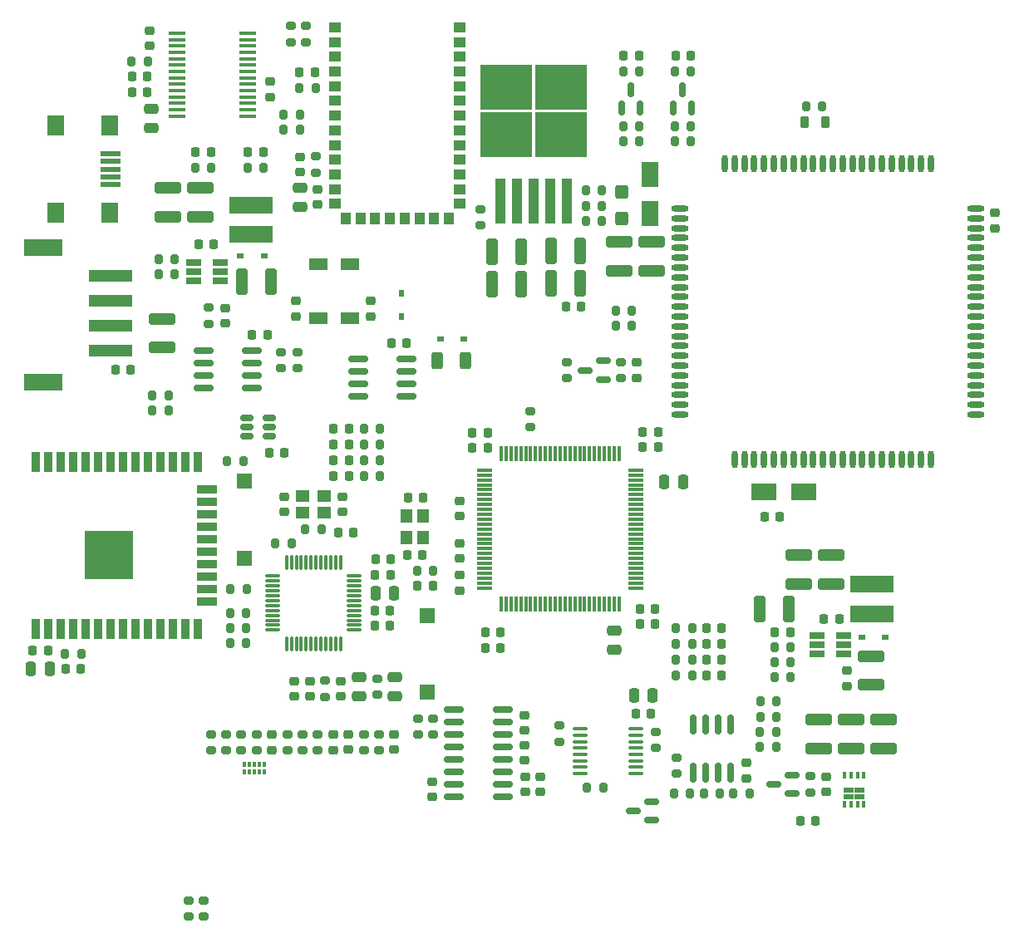
<source format=gtp>
G04 #@! TF.GenerationSoftware,KiCad,Pcbnew,(6.0.0)*
G04 #@! TF.CreationDate,2022-01-13T12:23:07+04:00*
G04 #@! TF.ProjectId,Gateway_STM32_ver_2_0,47617465-7761-4795-9f53-544d33325f76,rev?*
G04 #@! TF.SameCoordinates,Original*
G04 #@! TF.FileFunction,Paste,Top*
G04 #@! TF.FilePolarity,Positive*
%FSLAX46Y46*%
G04 Gerber Fmt 4.6, Leading zero omitted, Abs format (unit mm)*
G04 Created by KiCad (PCBNEW (6.0.0)) date 2022-01-13 12:23:07*
%MOMM*%
%LPD*%
G01*
G04 APERTURE LIST*
G04 Aperture macros list*
%AMRoundRect*
0 Rectangle with rounded corners*
0 $1 Rounding radius*
0 $2 $3 $4 $5 $6 $7 $8 $9 X,Y pos of 4 corners*
0 Add a 4 corners polygon primitive as box body*
4,1,4,$2,$3,$4,$5,$6,$7,$8,$9,$2,$3,0*
0 Add four circle primitives for the rounded corners*
1,1,$1+$1,$2,$3*
1,1,$1+$1,$4,$5*
1,1,$1+$1,$6,$7*
1,1,$1+$1,$8,$9*
0 Add four rect primitives between the rounded corners*
20,1,$1+$1,$2,$3,$4,$5,0*
20,1,$1+$1,$4,$5,$6,$7,0*
20,1,$1+$1,$6,$7,$8,$9,0*
20,1,$1+$1,$8,$9,$2,$3,0*%
G04 Aperture macros list end*
%ADD10RoundRect,0.200000X-0.200000X-0.275000X0.200000X-0.275000X0.200000X0.275000X-0.200000X0.275000X0*%
%ADD11RoundRect,0.200000X-0.275000X0.200000X-0.275000X-0.200000X0.275000X-0.200000X0.275000X0.200000X0*%
%ADD12RoundRect,0.200000X0.275000X-0.200000X0.275000X0.200000X-0.275000X0.200000X-0.275000X-0.200000X0*%
%ADD13RoundRect,0.250000X-0.250000X-0.475000X0.250000X-0.475000X0.250000X0.475000X-0.250000X0.475000X0*%
%ADD14RoundRect,0.225000X-0.225000X-0.250000X0.225000X-0.250000X0.225000X0.250000X-0.225000X0.250000X0*%
%ADD15RoundRect,0.250000X-1.100000X0.325000X-1.100000X-0.325000X1.100000X-0.325000X1.100000X0.325000X0*%
%ADD16RoundRect,0.250000X-0.475000X0.250000X-0.475000X-0.250000X0.475000X-0.250000X0.475000X0.250000X0*%
%ADD17R,4.500000X1.300000*%
%ADD18R,3.900000X1.800000*%
%ADD19RoundRect,0.225000X-0.250000X0.225000X-0.250000X-0.225000X0.250000X-0.225000X0.250000X0.225000X0*%
%ADD20RoundRect,0.225000X0.225000X0.250000X-0.225000X0.250000X-0.225000X-0.250000X0.225000X-0.250000X0*%
%ADD21RoundRect,0.200000X0.200000X0.275000X-0.200000X0.275000X-0.200000X-0.275000X0.200000X-0.275000X0*%
%ADD22RoundRect,0.225000X0.250000X-0.225000X0.250000X0.225000X-0.250000X0.225000X-0.250000X-0.225000X0*%
%ADD23RoundRect,0.250000X1.100000X-0.325000X1.100000X0.325000X-1.100000X0.325000X-1.100000X-0.325000X0*%
%ADD24RoundRect,0.250000X-0.325000X-1.100000X0.325000X-1.100000X0.325000X1.100000X-0.325000X1.100000X0*%
%ADD25RoundRect,0.075000X0.075000X-0.662500X0.075000X0.662500X-0.075000X0.662500X-0.075000X-0.662500X0*%
%ADD26RoundRect,0.075000X0.662500X-0.075000X0.662500X0.075000X-0.662500X0.075000X-0.662500X-0.075000X0*%
%ADD27R,1.800000X2.500000*%
%ADD28R,1.500000X1.500000*%
%ADD29RoundRect,0.075000X-0.725000X-0.075000X0.725000X-0.075000X0.725000X0.075000X-0.725000X0.075000X0*%
%ADD30RoundRect,0.075000X-0.075000X-0.725000X0.075000X-0.725000X0.075000X0.725000X-0.075000X0.725000X0*%
%ADD31R,1.900000X1.300000*%
%ADD32RoundRect,0.218750X-0.218750X-0.256250X0.218750X-0.256250X0.218750X0.256250X-0.218750X0.256250X0*%
%ADD33RoundRect,0.250000X0.325000X1.100000X-0.325000X1.100000X-0.325000X-1.100000X0.325000X-1.100000X0*%
%ADD34RoundRect,0.250000X0.250000X0.475000X-0.250000X0.475000X-0.250000X-0.475000X0.250000X-0.475000X0*%
%ADD35R,4.500000X1.800000*%
%ADD36RoundRect,0.150000X0.150000X-0.587500X0.150000X0.587500X-0.150000X0.587500X-0.150000X-0.587500X0*%
%ADD37R,1.750000X0.450000*%
%ADD38RoundRect,0.150000X0.587500X0.150000X-0.587500X0.150000X-0.587500X-0.150000X0.587500X-0.150000X0*%
%ADD39R,1.560000X0.650000*%
%ADD40RoundRect,0.150000X-0.512500X-0.150000X0.512500X-0.150000X0.512500X0.150000X-0.512500X0.150000X0*%
%ADD41RoundRect,0.100000X-0.637500X-0.100000X0.637500X-0.100000X0.637500X0.100000X-0.637500X0.100000X0*%
%ADD42RoundRect,0.150000X0.850000X0.150000X-0.850000X0.150000X-0.850000X-0.150000X0.850000X-0.150000X0*%
%ADD43R,0.800000X0.600000*%
%ADD44R,1.200000X1.400000*%
%ADD45R,1.100000X4.600000*%
%ADD46R,5.250000X4.550000*%
%ADD47R,1.400000X1.200000*%
%ADD48R,1.300000X1.000000*%
%ADD49R,1.000000X1.300000*%
%ADD50RoundRect,0.250000X0.475000X-0.250000X0.475000X0.250000X-0.475000X0.250000X-0.475000X-0.250000X0*%
%ADD51RoundRect,0.218750X-0.218750X-0.381250X0.218750X-0.381250X0.218750X0.381250X-0.218750X0.381250X0*%
%ADD52RoundRect,0.250000X-0.312500X-0.625000X0.312500X-0.625000X0.312500X0.625000X-0.312500X0.625000X0*%
%ADD53RoundRect,0.218750X0.218750X0.256250X-0.218750X0.256250X-0.218750X-0.256250X0.218750X-0.256250X0*%
%ADD54R,0.600000X0.800000*%
%ADD55R,2.500000X1.800000*%
%ADD56R,0.300000X0.550000*%
%ADD57R,0.400000X0.550000*%
%ADD58RoundRect,0.150000X-0.825000X-0.150000X0.825000X-0.150000X0.825000X0.150000X-0.825000X0.150000X0*%
%ADD59R,1.700000X2.000000*%
%ADD60R,2.000000X0.500000*%
%ADD61R,0.420000X0.700000*%
%ADD62R,1.000000X0.600000*%
%ADD63O,1.800000X0.600000*%
%ADD64O,0.600000X1.800000*%
%ADD65RoundRect,0.150000X-0.150000X0.825000X-0.150000X-0.825000X0.150000X-0.825000X0.150000X0.825000X0*%
%ADD66RoundRect,0.250000X0.425000X-0.450000X0.425000X0.450000X-0.425000X0.450000X-0.425000X-0.450000X0*%
%ADD67R,0.900000X2.000000*%
%ADD68R,2.000000X0.900000*%
%ADD69R,5.000000X5.000000*%
G04 APERTURE END LIST*
D10*
X106650000Y-75900000D03*
X108300000Y-75900000D03*
D11*
X104750000Y-143175000D03*
X104750000Y-144825000D03*
X59388540Y-143400000D03*
X59388540Y-145050000D03*
D12*
X60945832Y-145050000D03*
X60945832Y-143400000D03*
D13*
X76150000Y-129020000D03*
X78050000Y-129020000D03*
D14*
X51350000Y-78000000D03*
X52900000Y-78000000D03*
D15*
X127875000Y-141900000D03*
X127875000Y-144850000D03*
D16*
X68475000Y-87750000D03*
X68475000Y-89650000D03*
D11*
X70300000Y-143425000D03*
X70300000Y-145075000D03*
D17*
X49150000Y-104350000D03*
X49150000Y-101810000D03*
X49150000Y-99270000D03*
X49150000Y-96730000D03*
D18*
X42350000Y-93840000D03*
X42350000Y-107500000D03*
D19*
X92985000Y-147735000D03*
X92985000Y-149285000D03*
D20*
X97100000Y-99875000D03*
X95550000Y-99875000D03*
D21*
X63000000Y-131055000D03*
X61350000Y-131055000D03*
D14*
X87375000Y-133050000D03*
X88925000Y-133050000D03*
X79400000Y-125175000D03*
X80950000Y-125175000D03*
D21*
X99250000Y-87975000D03*
X97600000Y-87975000D03*
D11*
X59200000Y-99925000D03*
X59200000Y-101575000D03*
D22*
X72800000Y-120775000D03*
X72800000Y-119225000D03*
D20*
X77675000Y-127170000D03*
X76125000Y-127170000D03*
D14*
X63600000Y-102700000D03*
X65150000Y-102700000D03*
X121850000Y-131650000D03*
X123400000Y-131650000D03*
D12*
X57100000Y-162000000D03*
X57100000Y-160350000D03*
D16*
X74525000Y-137625000D03*
X74525000Y-139525000D03*
D23*
X58325000Y-90675000D03*
X58325000Y-87725000D03*
D24*
X88075000Y-97550000D03*
X91025000Y-97550000D03*
D21*
X114275000Y-149480000D03*
X112625000Y-149480000D03*
X108300000Y-83000000D03*
X106650000Y-83000000D03*
D20*
X77650000Y-130800000D03*
X76100000Y-130800000D03*
D25*
X67100000Y-134212500D03*
X67600000Y-134212500D03*
X68100000Y-134212500D03*
X68600000Y-134212500D03*
X69100000Y-134212500D03*
X69600000Y-134212500D03*
X70100000Y-134212500D03*
X70600000Y-134212500D03*
X71100000Y-134212500D03*
X71600000Y-134212500D03*
X72100000Y-134212500D03*
X72600000Y-134212500D03*
D26*
X74012500Y-132800000D03*
X74012500Y-132300000D03*
X74012500Y-131800000D03*
X74012500Y-131300000D03*
X74012500Y-130800000D03*
X74012500Y-130300000D03*
X74012500Y-129800000D03*
X74012500Y-129300000D03*
X74012500Y-128800000D03*
X74012500Y-128300000D03*
X74012500Y-127800000D03*
X74012500Y-127300000D03*
D25*
X72600000Y-125887500D03*
X72100000Y-125887500D03*
X71600000Y-125887500D03*
X71100000Y-125887500D03*
X70600000Y-125887500D03*
X70100000Y-125887500D03*
X69600000Y-125887500D03*
X69100000Y-125887500D03*
X68600000Y-125887500D03*
X68100000Y-125887500D03*
X67600000Y-125887500D03*
X67100000Y-125887500D03*
D26*
X65687500Y-127300000D03*
X65687500Y-127800000D03*
X65687500Y-128300000D03*
X65687500Y-128800000D03*
X65687500Y-129300000D03*
X65687500Y-129800000D03*
X65687500Y-130300000D03*
X65687500Y-130800000D03*
X65687500Y-131300000D03*
X65687500Y-131800000D03*
X65687500Y-132300000D03*
X65687500Y-132800000D03*
D22*
X75650000Y-100825000D03*
X75650000Y-99275000D03*
D20*
X52900000Y-76375000D03*
X51350000Y-76375000D03*
D11*
X69100000Y-71225000D03*
X69100000Y-72875000D03*
D27*
X104150000Y-90350000D03*
X104150000Y-86350000D03*
D11*
X86850000Y-89925000D03*
X86850000Y-91575000D03*
D21*
X102275000Y-101800000D03*
X100625000Y-101800000D03*
D11*
X91975000Y-110475000D03*
X91975000Y-112125000D03*
D10*
X115345000Y-141620000D03*
X116995000Y-141620000D03*
D28*
X62850000Y-117650000D03*
X62850000Y-125450000D03*
D11*
X80535000Y-141815000D03*
X80535000Y-143465000D03*
D29*
X87300000Y-116500000D03*
X87300000Y-117000000D03*
X87300000Y-117500000D03*
X87300000Y-118000000D03*
X87300000Y-118500000D03*
X87300000Y-119000000D03*
X87300000Y-119500000D03*
X87300000Y-120000000D03*
X87300000Y-120500000D03*
X87300000Y-121000000D03*
X87300000Y-121500000D03*
X87300000Y-122000000D03*
X87300000Y-122500000D03*
X87300000Y-123000000D03*
X87300000Y-123500000D03*
X87300000Y-124000000D03*
X87300000Y-124500000D03*
X87300000Y-125000000D03*
X87300000Y-125500000D03*
X87300000Y-126000000D03*
X87300000Y-126500000D03*
X87300000Y-127000000D03*
X87300000Y-127500000D03*
X87300000Y-128000000D03*
X87300000Y-128500000D03*
D30*
X88975000Y-130175000D03*
X89475000Y-130175000D03*
X89975000Y-130175000D03*
X90475000Y-130175000D03*
X90975000Y-130175000D03*
X91475000Y-130175000D03*
X91975000Y-130175000D03*
X92475000Y-130175000D03*
X92975000Y-130175000D03*
X93475000Y-130175000D03*
X93975000Y-130175000D03*
X94475000Y-130175000D03*
X94975000Y-130175000D03*
X95475000Y-130175000D03*
X95975000Y-130175000D03*
X96475000Y-130175000D03*
X96975000Y-130175000D03*
X97475000Y-130175000D03*
X97975000Y-130175000D03*
X98475000Y-130175000D03*
X98975000Y-130175000D03*
X99475000Y-130175000D03*
X99975000Y-130175000D03*
X100475000Y-130175000D03*
X100975000Y-130175000D03*
D29*
X102650000Y-128500000D03*
X102650000Y-128000000D03*
X102650000Y-127500000D03*
X102650000Y-127000000D03*
X102650000Y-126500000D03*
X102650000Y-126000000D03*
X102650000Y-125500000D03*
X102650000Y-125000000D03*
X102650000Y-124500000D03*
X102650000Y-124000000D03*
X102650000Y-123500000D03*
X102650000Y-123000000D03*
X102650000Y-122500000D03*
X102650000Y-122000000D03*
X102650000Y-121500000D03*
X102650000Y-121000000D03*
X102650000Y-120500000D03*
X102650000Y-120000000D03*
X102650000Y-119500000D03*
X102650000Y-119000000D03*
X102650000Y-118500000D03*
X102650000Y-118000000D03*
X102650000Y-117500000D03*
X102650000Y-117000000D03*
X102650000Y-116500000D03*
D30*
X100975000Y-114825000D03*
X100475000Y-114825000D03*
X99975000Y-114825000D03*
X99475000Y-114825000D03*
X98975000Y-114825000D03*
X98475000Y-114825000D03*
X97975000Y-114825000D03*
X97475000Y-114825000D03*
X96975000Y-114825000D03*
X96475000Y-114825000D03*
X95975000Y-114825000D03*
X95475000Y-114825000D03*
X94975000Y-114825000D03*
X94475000Y-114825000D03*
X93975000Y-114825000D03*
X93475000Y-114825000D03*
X92975000Y-114825000D03*
X92475000Y-114825000D03*
X91975000Y-114825000D03*
X91475000Y-114825000D03*
X90975000Y-114825000D03*
X90475000Y-114825000D03*
X89975000Y-114825000D03*
X89475000Y-114825000D03*
X88975000Y-114825000D03*
D14*
X115775000Y-121250000D03*
X117325000Y-121250000D03*
D21*
X68475000Y-80250000D03*
X66825000Y-80250000D03*
D14*
X65337500Y-114700000D03*
X66887500Y-114700000D03*
D20*
X73925000Y-122900000D03*
X72375000Y-122900000D03*
D31*
X73550000Y-101000000D03*
X73550000Y-95500000D03*
X70350000Y-95500000D03*
X70350000Y-101000000D03*
D32*
X71862500Y-112300000D03*
X73437500Y-112300000D03*
D20*
X104950000Y-112625000D03*
X103400000Y-112625000D03*
D14*
X87375000Y-134600000D03*
X88925000Y-134600000D03*
D32*
X71862500Y-113900000D03*
X73437500Y-113900000D03*
D11*
X71050000Y-137975000D03*
X71050000Y-139625000D03*
D19*
X65642708Y-143475000D03*
X65642708Y-145025000D03*
D33*
X96975000Y-97475000D03*
X94025000Y-97475000D03*
D22*
X81935000Y-149785000D03*
X81935000Y-148235000D03*
D10*
X106775000Y-137400000D03*
X108425000Y-137400000D03*
D32*
X106712500Y-74300000D03*
X108287500Y-74300000D03*
D19*
X91335000Y-141485000D03*
X91335000Y-143035000D03*
D34*
X42960000Y-136720000D03*
X41060000Y-136720000D03*
D12*
X120450000Y-149350000D03*
X120450000Y-147700000D03*
D19*
X102800000Y-105525000D03*
X102800000Y-107075000D03*
D20*
X77650000Y-132325000D03*
X76100000Y-132325000D03*
D19*
X66900000Y-119225000D03*
X66900000Y-120775000D03*
D20*
X82000000Y-128275000D03*
X80450000Y-128275000D03*
D10*
X115345000Y-140080000D03*
X116995000Y-140080000D03*
D35*
X126750000Y-131125000D03*
X126750000Y-128125000D03*
D10*
X115335000Y-144700000D03*
X116985000Y-144700000D03*
D19*
X84725000Y-119625000D03*
X84725000Y-121175000D03*
D36*
X101225000Y-79612500D03*
X103125000Y-79612500D03*
X102175000Y-77737500D03*
D12*
X106870000Y-147435000D03*
X106870000Y-145785000D03*
D10*
X106775000Y-135800000D03*
X108425000Y-135800000D03*
D19*
X84725000Y-123950000D03*
X84725000Y-125500000D03*
D21*
X63000000Y-134105000D03*
X61350000Y-134105000D03*
D37*
X55925000Y-80425000D03*
X55925000Y-79775000D03*
X55925000Y-79125000D03*
X55925000Y-78475000D03*
X55925000Y-77825000D03*
X55925000Y-77175000D03*
X55925000Y-76525000D03*
X55925000Y-75875000D03*
X55925000Y-75225000D03*
X55925000Y-74575000D03*
X55925000Y-73925000D03*
X55925000Y-73275000D03*
X55925000Y-72625000D03*
X55925000Y-71975000D03*
X63125000Y-71975000D03*
X63125000Y-72625000D03*
X63125000Y-73275000D03*
X63125000Y-73925000D03*
X63125000Y-74575000D03*
X63125000Y-75225000D03*
X63125000Y-75875000D03*
X63125000Y-76525000D03*
X63125000Y-77175000D03*
X63125000Y-77825000D03*
X63125000Y-78475000D03*
X63125000Y-79125000D03*
X63125000Y-79775000D03*
X63125000Y-80425000D03*
D10*
X106650000Y-81450000D03*
X108300000Y-81450000D03*
D22*
X68050000Y-100825000D03*
X68050000Y-99275000D03*
D15*
X124600000Y-141900000D03*
X124600000Y-144850000D03*
D21*
X118450000Y-136075000D03*
X116800000Y-136075000D03*
D38*
X104287500Y-152200000D03*
X104287500Y-150300000D03*
X102412500Y-151250000D03*
D12*
X76518752Y-145050000D03*
X76518752Y-143400000D03*
D36*
X106500000Y-79612500D03*
X108400000Y-79612500D03*
X107450000Y-77737500D03*
D20*
X77700000Y-125590000D03*
X76150000Y-125590000D03*
D12*
X76350000Y-139400000D03*
X76350000Y-137750000D03*
D38*
X99362500Y-107275000D03*
X99362500Y-105375000D03*
X97487500Y-106325000D03*
D32*
X68437500Y-75975000D03*
X70012500Y-75975000D03*
D15*
X121300000Y-141900000D03*
X121300000Y-144850000D03*
D21*
X76625000Y-115500000D03*
X74975000Y-115500000D03*
X70050000Y-77600000D03*
X68400000Y-77600000D03*
D11*
X62503124Y-143400000D03*
X62503124Y-145050000D03*
D39*
X57650000Y-95350000D03*
X57650000Y-96300000D03*
X57650000Y-97250000D03*
X60350000Y-97250000D03*
X60350000Y-96300000D03*
X60350000Y-95350000D03*
D40*
X63062500Y-111150000D03*
X63062500Y-112100000D03*
X63062500Y-113050000D03*
X65337500Y-113050000D03*
X65337500Y-112100000D03*
X65337500Y-111150000D03*
D41*
X96987500Y-142875000D03*
X96987500Y-143525000D03*
X96987500Y-144175000D03*
X96987500Y-144825000D03*
X96987500Y-145475000D03*
X96987500Y-146125000D03*
X96987500Y-146775000D03*
X96987500Y-147425000D03*
X102712500Y-147425000D03*
X102712500Y-146775000D03*
X102712500Y-146125000D03*
X102712500Y-145475000D03*
X102712500Y-144825000D03*
X102712500Y-144175000D03*
X102712500Y-143525000D03*
X102712500Y-142875000D03*
D10*
X101375000Y-75900000D03*
X103025000Y-75900000D03*
D12*
X95625000Y-107125000D03*
X95625000Y-105475000D03*
D42*
X89125000Y-149795000D03*
X89125000Y-148525000D03*
X89125000Y-147255000D03*
X89125000Y-145985000D03*
X89125000Y-144715000D03*
X89125000Y-143445000D03*
X89125000Y-142175000D03*
X89125000Y-140905000D03*
X84125000Y-140905000D03*
X84125000Y-142175000D03*
X84125000Y-143445000D03*
X84125000Y-144715000D03*
X84125000Y-145985000D03*
X84125000Y-147255000D03*
X84125000Y-148525000D03*
X84125000Y-149795000D03*
D11*
X94900000Y-142525000D03*
X94900000Y-144175000D03*
D23*
X119300000Y-128125000D03*
X119300000Y-125175000D03*
D43*
X82750000Y-103100000D03*
X85150000Y-103100000D03*
X125725000Y-133500000D03*
X128125000Y-133500000D03*
D13*
X102500000Y-139500000D03*
X104400000Y-139500000D03*
D21*
X103025000Y-83000000D03*
X101375000Y-83000000D03*
D44*
X79325000Y-121150000D03*
X79325000Y-123350000D03*
X81025000Y-123350000D03*
X81025000Y-121150000D03*
D20*
X118400000Y-133025000D03*
X116850000Y-133025000D03*
D14*
X86025000Y-114225000D03*
X87575000Y-114225000D03*
D11*
X82045000Y-141805000D03*
X82045000Y-143455000D03*
D22*
X71850000Y-145025000D03*
X71850000Y-143475000D03*
D10*
X53450000Y-110425000D03*
X55100000Y-110425000D03*
X63137500Y-85675000D03*
X64787500Y-85675000D03*
X54050000Y-95050000D03*
X55700000Y-95050000D03*
D20*
X104950000Y-114175000D03*
X103400000Y-114175000D03*
D45*
X95675000Y-89050000D03*
X93975000Y-89050000D03*
X92275000Y-89050000D03*
X90575000Y-89050000D03*
X88875000Y-89050000D03*
D46*
X89500000Y-82325000D03*
X89500000Y-77475000D03*
X95050000Y-82325000D03*
X95050000Y-77475000D03*
D22*
X73404168Y-145000000D03*
X73404168Y-143450000D03*
D12*
X67200000Y-145075000D03*
X67200000Y-143425000D03*
D22*
X91335000Y-146085000D03*
X91335000Y-144535000D03*
D21*
X63000000Y-132580000D03*
X61350000Y-132580000D03*
D11*
X66575000Y-104475000D03*
X66575000Y-106125000D03*
D21*
X111250000Y-149480000D03*
X109600000Y-149480000D03*
D23*
X122575000Y-128125000D03*
X122575000Y-125175000D03*
D21*
X82050000Y-126750000D03*
X80400000Y-126750000D03*
D47*
X70950000Y-119150000D03*
X68750000Y-119150000D03*
X68750000Y-120850000D03*
X70950000Y-120850000D03*
D14*
X86025000Y-112675000D03*
X87575000Y-112675000D03*
D33*
X96975000Y-94200000D03*
X94025000Y-94200000D03*
D10*
X101375000Y-81450000D03*
X103025000Y-81450000D03*
D22*
X72650000Y-139580000D03*
X72650000Y-138030000D03*
X139250000Y-91850000D03*
X139250000Y-90300000D03*
D23*
X104300000Y-96175000D03*
X104300000Y-93225000D03*
D15*
X126625000Y-135450000D03*
X126625000Y-138400000D03*
D20*
X121000000Y-152225000D03*
X119450000Y-152225000D03*
D13*
X105600000Y-117675000D03*
X107500000Y-117675000D03*
D19*
X122050000Y-147750000D03*
X122050000Y-149300000D03*
D10*
X51300000Y-74825000D03*
X52950000Y-74825000D03*
D14*
X41260000Y-134895000D03*
X42810000Y-134895000D03*
D32*
X71862500Y-115500000D03*
X73437500Y-115500000D03*
D21*
X55700000Y-96575000D03*
X54050000Y-96575000D03*
D35*
X63450000Y-92475000D03*
X63450000Y-89475000D03*
D20*
X104225000Y-141350000D03*
X102675000Y-141350000D03*
D43*
X62425000Y-94650000D03*
X64825000Y-94650000D03*
D19*
X124175000Y-136950000D03*
X124175000Y-138500000D03*
D48*
X84737500Y-71375000D03*
X84737500Y-72875000D03*
X84737500Y-74375000D03*
X84737500Y-75875000D03*
X84737500Y-77375000D03*
X84737500Y-78875000D03*
X84737500Y-80375000D03*
X84737500Y-81875000D03*
X84737500Y-83375000D03*
X84737500Y-84875000D03*
X84737500Y-86375000D03*
X84737500Y-87875000D03*
X84737500Y-89375000D03*
D49*
X83637500Y-90875000D03*
X82137500Y-90875000D03*
X80637500Y-90875000D03*
X79137500Y-90875000D03*
X77637500Y-90875000D03*
X76137500Y-90875000D03*
X74637500Y-90875000D03*
X73137500Y-90875000D03*
D48*
X72037500Y-89375000D03*
X72037500Y-87875000D03*
X72037500Y-86375000D03*
X72037500Y-84875000D03*
X72037500Y-83375000D03*
X72037500Y-81875000D03*
X72037500Y-80375000D03*
X72037500Y-78875000D03*
X72037500Y-77375000D03*
X72037500Y-75875000D03*
X72037500Y-74375000D03*
X72037500Y-72875000D03*
X72037500Y-71375000D03*
D12*
X58650000Y-162000000D03*
X58650000Y-160350000D03*
D21*
X76625000Y-112300000D03*
X74975000Y-112300000D03*
X63025000Y-128650000D03*
X61375000Y-128650000D03*
D50*
X78175000Y-139525000D03*
X78175000Y-137625000D03*
D22*
X67850000Y-139575000D03*
X67850000Y-138025000D03*
D24*
X62550000Y-97300000D03*
X65500000Y-97300000D03*
D21*
X118450000Y-134550000D03*
X116800000Y-134550000D03*
D19*
X60850000Y-99975000D03*
X60850000Y-101525000D03*
D12*
X101175000Y-107125000D03*
X101175000Y-105475000D03*
D21*
X46210000Y-135220000D03*
X44560000Y-135220000D03*
D16*
X53300000Y-79700000D03*
X53300000Y-81600000D03*
D10*
X53450000Y-108900000D03*
X55100000Y-108900000D03*
D28*
X81475000Y-131300000D03*
X81475000Y-139100000D03*
D10*
X97600000Y-89550000D03*
X99250000Y-89550000D03*
X106775000Y-132600000D03*
X108425000Y-132600000D03*
D38*
X118587500Y-149475000D03*
X118587500Y-147575000D03*
X116712500Y-148525000D03*
D21*
X76625000Y-113900000D03*
X74975000Y-113900000D03*
D32*
X71862500Y-117100000D03*
X73437500Y-117100000D03*
D11*
X67550000Y-71225000D03*
X67550000Y-72875000D03*
D51*
X119837500Y-81050000D03*
X121962500Y-81050000D03*
D52*
X82437500Y-105300000D03*
X85362500Y-105300000D03*
D23*
X55025000Y-90675000D03*
X55025000Y-87725000D03*
D53*
X111437500Y-134200000D03*
X109862500Y-134200000D03*
D54*
X78850000Y-100850000D03*
X78850000Y-98450000D03*
D10*
X100625000Y-100275000D03*
X102275000Y-100275000D03*
X116800000Y-137600000D03*
X118450000Y-137600000D03*
D53*
X111437500Y-132600000D03*
X109862500Y-132600000D03*
D10*
X106775000Y-134200000D03*
X108425000Y-134200000D03*
D16*
X100475000Y-132875000D03*
X100475000Y-134775000D03*
D55*
X115750000Y-118675000D03*
X119750000Y-118675000D03*
D56*
X62850000Y-147260000D03*
X63350000Y-147260000D03*
D57*
X63850000Y-147260000D03*
D56*
X64350000Y-147260000D03*
X64850000Y-147260000D03*
X64850000Y-146490000D03*
X64350000Y-146490000D03*
D57*
X63850000Y-146490000D03*
D56*
X63350000Y-146490000D03*
X62850000Y-146490000D03*
D19*
X68475000Y-84600000D03*
X68475000Y-86150000D03*
D58*
X74375000Y-105195000D03*
X74375000Y-106465000D03*
X74375000Y-107735000D03*
X74375000Y-109005000D03*
X79325000Y-109005000D03*
X79325000Y-107735000D03*
X79325000Y-106465000D03*
X79325000Y-105195000D03*
D32*
X57850000Y-84100000D03*
X59425000Y-84100000D03*
D14*
X58125000Y-93500000D03*
X59675000Y-93500000D03*
D21*
X76625000Y-117100000D03*
X74975000Y-117100000D03*
D59*
X43625000Y-81375000D03*
X43625000Y-90275000D03*
X49075000Y-90275000D03*
X49075000Y-81375000D03*
D60*
X49175000Y-87425000D03*
X49175000Y-86625000D03*
X49175000Y-85825000D03*
X49175000Y-85025000D03*
X49175000Y-84225000D03*
D10*
X61050000Y-115550000D03*
X62700000Y-115550000D03*
D32*
X63175000Y-84100000D03*
X64750000Y-84100000D03*
D19*
X91385000Y-147735000D03*
X91385000Y-149285000D03*
X113980000Y-146345000D03*
X113980000Y-147895000D03*
D10*
X97600000Y-91125000D03*
X99250000Y-91125000D03*
D20*
X104625000Y-130625000D03*
X103075000Y-130625000D03*
D61*
X123950000Y-147575000D03*
X124600000Y-147575000D03*
X125250000Y-147575000D03*
X125900000Y-147575000D03*
X123950000Y-150575000D03*
D62*
X124360000Y-149805000D03*
D61*
X125900000Y-150575000D03*
X125250000Y-150575000D03*
D62*
X124360000Y-149095000D03*
X125490000Y-149805000D03*
X125490000Y-149095000D03*
D61*
X124600000Y-150575000D03*
D20*
X104625000Y-132175000D03*
X103075000Y-132175000D03*
D22*
X70275000Y-89425000D03*
X70275000Y-87875000D03*
D63*
X107150000Y-89850000D03*
X107150000Y-110850000D03*
D64*
X111750000Y-85250000D03*
D63*
X137350000Y-110850000D03*
X137350000Y-89850000D03*
D64*
X132750000Y-85250000D03*
X132750000Y-115450000D03*
D63*
X107150000Y-109850000D03*
X107150000Y-108850000D03*
X107150000Y-107850000D03*
X107150000Y-106850000D03*
X107150000Y-105850000D03*
X107150000Y-104850000D03*
X107150000Y-103850000D03*
X107150000Y-102850000D03*
X107150000Y-101850000D03*
X107150000Y-100850000D03*
X107150000Y-99850000D03*
X107150000Y-98850000D03*
X107150000Y-97850000D03*
X107150000Y-96850000D03*
X107150000Y-95850000D03*
X107150000Y-94850000D03*
X107150000Y-93850000D03*
X107150000Y-92850000D03*
X107150000Y-91850000D03*
X107150000Y-90850000D03*
D64*
X112750000Y-85250000D03*
X113750000Y-85250000D03*
X114750000Y-85250000D03*
X115750000Y-85250000D03*
X116750000Y-85250000D03*
X117750000Y-85250000D03*
X118750000Y-85250000D03*
X119750000Y-85250000D03*
X120750000Y-85250000D03*
X121750000Y-85250000D03*
X122750000Y-85250000D03*
X123750000Y-85250000D03*
X124750000Y-85250000D03*
X125750000Y-85250000D03*
X126750000Y-85250000D03*
X127750000Y-85250000D03*
X128750000Y-85250000D03*
X129750000Y-85250000D03*
X130750000Y-85250000D03*
X131750000Y-85250000D03*
D63*
X137350000Y-90850000D03*
X137350000Y-91850000D03*
X137350000Y-92850000D03*
X137350000Y-93850000D03*
X137350000Y-94850000D03*
X137350000Y-95850000D03*
X137350000Y-96850000D03*
X137350000Y-97850000D03*
X137350000Y-98850000D03*
X137350000Y-99850000D03*
X137350000Y-100850000D03*
X137350000Y-101850000D03*
X137350000Y-102850000D03*
X137350000Y-103850000D03*
X137350000Y-104850000D03*
X137350000Y-105850000D03*
X137350000Y-106850000D03*
X137350000Y-107850000D03*
X137350000Y-108850000D03*
X137350000Y-109850000D03*
D64*
X131750000Y-115450000D03*
X130750000Y-115450000D03*
X129750000Y-115450000D03*
X128750000Y-115450000D03*
X127750000Y-115450000D03*
X126750000Y-115450000D03*
X125750000Y-115450000D03*
X124750000Y-115450000D03*
X123750000Y-115450000D03*
X122750000Y-115450000D03*
X121750000Y-115450000D03*
X120750000Y-115450000D03*
X119750000Y-115450000D03*
X118750000Y-115450000D03*
X117750000Y-115450000D03*
X116750000Y-115450000D03*
X115750000Y-115450000D03*
X114750000Y-115450000D03*
X113750000Y-115450000D03*
X112750000Y-115450000D03*
D21*
X67625000Y-123970000D03*
X65975000Y-123970000D03*
D24*
X88075000Y-94275000D03*
X91025000Y-94275000D03*
D58*
X58650000Y-104345000D03*
X58650000Y-105615000D03*
X58650000Y-106885000D03*
X58650000Y-108155000D03*
X63600000Y-108155000D03*
X63600000Y-106885000D03*
X63600000Y-105615000D03*
X63600000Y-104345000D03*
D20*
X81000000Y-119325000D03*
X79450000Y-119325000D03*
D53*
X111437500Y-137400000D03*
X109862500Y-137400000D03*
D39*
X121150000Y-133325000D03*
X121150000Y-134275000D03*
X121150000Y-135225000D03*
X123850000Y-135225000D03*
X123850000Y-134275000D03*
X123850000Y-133325000D03*
D20*
X79325000Y-103550000D03*
X77775000Y-103550000D03*
D11*
X70125000Y-84550000D03*
X70125000Y-86200000D03*
D65*
X112335000Y-142425000D03*
X111065000Y-142425000D03*
X109795000Y-142425000D03*
X108525000Y-142425000D03*
X108525000Y-147375000D03*
X109795000Y-147375000D03*
X111065000Y-147375000D03*
X112335000Y-147375000D03*
D12*
X68750000Y-145075000D03*
X68750000Y-143425000D03*
X64060416Y-145050000D03*
X64060416Y-143400000D03*
D21*
X68475000Y-81800000D03*
X66825000Y-81800000D03*
D12*
X74961460Y-145050000D03*
X74961460Y-143400000D03*
D32*
X101412500Y-74300000D03*
X102987500Y-74300000D03*
D33*
X118275000Y-130625000D03*
X115325000Y-130625000D03*
D20*
X51200000Y-106275000D03*
X49650000Y-106275000D03*
D14*
X44610000Y-136770000D03*
X46160000Y-136770000D03*
D21*
X108225000Y-149480000D03*
X106575000Y-149480000D03*
D23*
X54425000Y-104025000D03*
X54425000Y-101075000D03*
D10*
X57812500Y-85675000D03*
X59462500Y-85675000D03*
D53*
X111437500Y-135800000D03*
X109862500Y-135800000D03*
D22*
X65425000Y-78475000D03*
X65425000Y-76925000D03*
D10*
X97725000Y-148850000D03*
X99375000Y-148850000D03*
D22*
X69500000Y-139580000D03*
X69500000Y-138030000D03*
D66*
X101225000Y-90875000D03*
X101225000Y-88175000D03*
D67*
X41530000Y-132670000D03*
X42800000Y-132670000D03*
X44070000Y-132670000D03*
X45340000Y-132670000D03*
X46610000Y-132670000D03*
X47880000Y-132670000D03*
X49150000Y-132670000D03*
X50420000Y-132670000D03*
X51690000Y-132670000D03*
X52960000Y-132670000D03*
X54230000Y-132670000D03*
X55500000Y-132670000D03*
X56770000Y-132670000D03*
X58040000Y-132670000D03*
D68*
X59040000Y-129885000D03*
X59040000Y-128615000D03*
X59040000Y-127345000D03*
X59040000Y-126075000D03*
X59040000Y-124805000D03*
X59040000Y-123535000D03*
X59040000Y-122265000D03*
X59040000Y-120995000D03*
X59040000Y-119725000D03*
X59040000Y-118455000D03*
D67*
X58040000Y-115670000D03*
X56770000Y-115670000D03*
X55500000Y-115670000D03*
X54230000Y-115670000D03*
X52960000Y-115670000D03*
X51690000Y-115670000D03*
X50420000Y-115670000D03*
X49150000Y-115670000D03*
X47880000Y-115670000D03*
X46610000Y-115670000D03*
X45340000Y-115670000D03*
X44070000Y-115670000D03*
X42800000Y-115670000D03*
X41530000Y-115670000D03*
D69*
X49030000Y-125170000D03*
D19*
X84725000Y-127200000D03*
X84725000Y-128750000D03*
D10*
X115335000Y-143160000D03*
X116985000Y-143160000D03*
D23*
X101025000Y-96175000D03*
X101025000Y-93225000D03*
D21*
X121675000Y-79400000D03*
X120025000Y-79400000D03*
D22*
X53150000Y-73275000D03*
X53150000Y-71725000D03*
D11*
X68225000Y-104475000D03*
X68225000Y-106125000D03*
D19*
X78076044Y-143450000D03*
X78076044Y-145000000D03*
D21*
X70675000Y-122550000D03*
X69025000Y-122550000D03*
M02*

</source>
